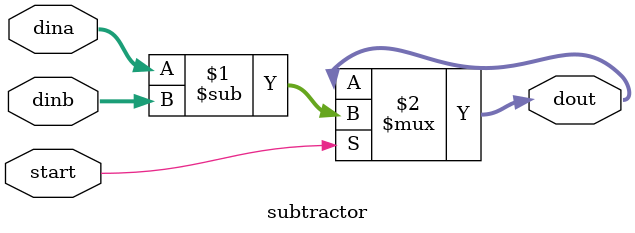
<source format=v>
`timescale 1ns / 1ps


module subtractor#(
	parameter		AD_WIDTH  = 32'd8
)(
	input 							start,
	input 		[AD_WIDTH - 1:0] 	dina,
	input 		[AD_WIDTH - 1:0] 	dinb,
	output 		[AD_WIDTH    :0]  	dout	
);
	
	
	assign dout = (start)?(dina - dinb):dout;
	
endmodule

</source>
